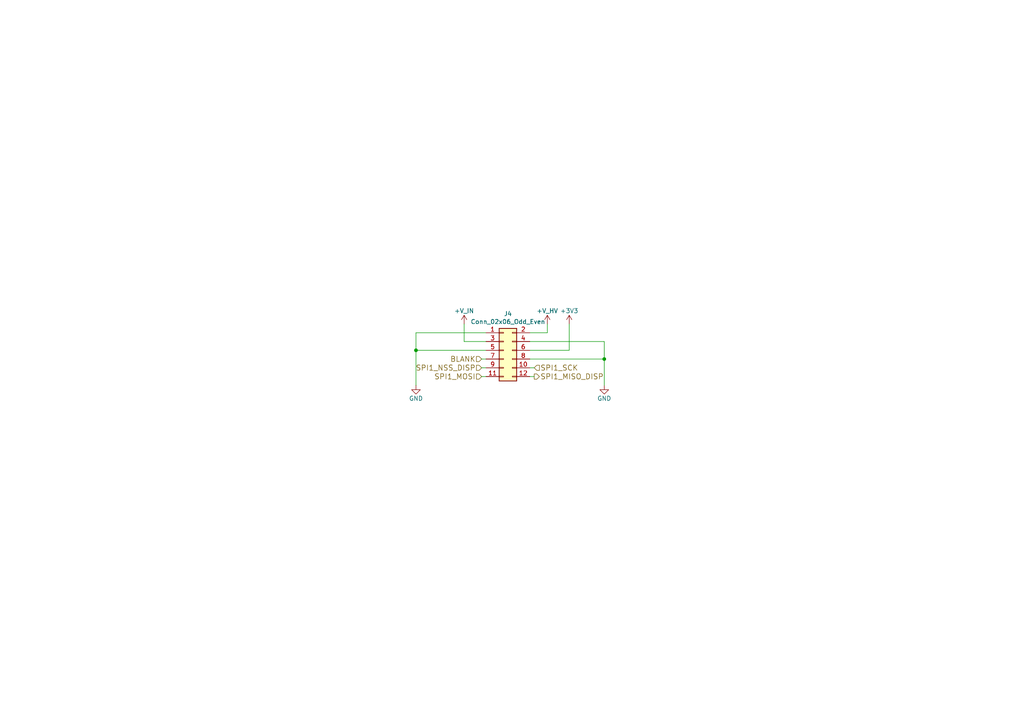
<source format=kicad_sch>
(kicad_sch (version 20231120) (generator "eeschema") (generator_version "8.0")
  (paper "A4")
  (lib_symbols
    (symbol "Connector_Generic:Conn_02x06_Odd_Even" (pin_names (offset 1.016) hide)
      (property "Reference" "J" (at 1.27 7.62 0))
      (property "Value" "Conn_02x06_Odd_Even" (at 1.27 -10.16 0))
      (symbol "Conn_02x06_Odd_Even_1_1"
        (rectangle (start -1.27 -7.493) (end 0 -7.747) (stroke (width 0.1524)))
        (rectangle (start -1.27 -4.953) (end 0 -5.207) (stroke (width 0.1524)))
        (rectangle (start -1.27 -2.413) (end 0 -2.667) (stroke (width 0.1524)))
        (rectangle (start -1.27 0.127) (end 0 -0.127) (stroke (width 0.1524)))
        (rectangle (start -1.27 2.667) (end 0 2.413) (stroke (width 0.1524)))
        (rectangle (start -1.27 5.207) (end 0 4.953) (stroke (width 0.1524)))
        (rectangle (start -1.27 6.35) (end 3.81 -8.89) (stroke (width 0.254)) (fill (type background)))
        (rectangle (start 3.81 -7.493) (end 2.54 -7.747) (stroke (width 0.1524)))
        (rectangle (start 3.81 -4.953) (end 2.54 -5.207) (stroke (width 0.1524)))
        (rectangle (start 3.81 -2.413) (end 2.54 -2.667) (stroke (width 0.1524)))
        (rectangle (start 3.81 0.127) (end 2.54 -0.127) (stroke (width 0.1524)))
        (rectangle (start 3.81 2.667) (end 2.54 2.413) (stroke (width 0.1524)))
        (rectangle (start 3.81 5.207) (end 2.54 4.953) (stroke (width 0.1524)))
        (pin passive line (at -5.08 5.08 0) (length 3.81) (name "Pin_1") (number "1"))
        (pin passive line (at 7.62 -5.08 180) (length 3.81) (name "Pin_10") (number "10"))
        (pin passive line (at -5.08 -7.62 0) (length 3.81) (name "Pin_11") (number "11"))
        (pin passive line (at 7.62 -7.62 180) (length 3.81) (name "Pin_12") (number "12"))
        (pin passive line (at 7.62 5.08 180) (length 3.81) (name "Pin_2") (number "2"))
        (pin passive line (at -5.08 2.54 0) (length 3.81) (name "Pin_3") (number "3"))
        (pin passive line (at 7.62 2.54 180) (length 3.81) (name "Pin_4") (number "4"))
        (pin passive line (at -5.08 0 0) (length 3.81) (name "Pin_5") (number "5"))
        (pin passive line (at 7.62 0 180) (length 3.81) (name "Pin_6") (number "6"))
        (pin passive line (at -5.08 -2.54 0) (length 3.81) (name "Pin_7") (number "7"))
        (pin passive line (at 7.62 -2.54 180) (length 3.81) (name "Pin_8") (number "8"))
        (pin passive line (at -5.08 -5.08 0) (length 3.81) (name "Pin_9") (number "9"))
      )
    )
    (symbol "TubeClock-rescue:+3.3V-power" (power) (pin_names (offset 0))
      (property "Value" "power_+3.3V" (at 0 3.556 0))
      (symbol "+3.3V-power_0_1"
        (polyline (pts (xy -0.762 1.27) (xy 0 2.54)))
        (polyline (pts (xy 0 0) (xy 0 2.54)))
        (polyline (pts (xy 0 2.54) (xy 0.762 1.27)))
      )
      (symbol "+3.3V-power_1_1"
        (pin power_in line (at 0 0 90) (length 0) hide (name "+3V3") (number "1"))
      )
    )
    (symbol "TubeClock-rescue:+V_HV-TubeClock" (power) (pin_names (offset 0))
      (property "Value" "TubeClock_+V_HV" (at 0 3.556 0))
      (symbol "+V_HV-TubeClock_0_1"
        (polyline (pts (xy -0.762 1.27) (xy 0 2.54)))
        (polyline (pts (xy 0 0) (xy 0 2.54)))
        (polyline (pts (xy 0 2.54) (xy 0.762 1.27)))
      )
      (symbol "+V_HV-TubeClock_1_1"
        (pin power_in line (at 0 0 90) (length 0) hide (name "+V_HV") (number "1"))
      )
    )
    (symbol "TubeClock-rescue:+V_IN-TubeClock" (power) (pin_names (offset 0))
      (property "Value" "TubeClock_+V_IN" (at 0 3.556 0))
      (symbol "+V_IN-TubeClock_0_1"
        (polyline (pts (xy -0.762 1.27) (xy 0 2.54)))
        (polyline (pts (xy 0 0) (xy 0 2.54)))
        (polyline (pts (xy 0 2.54) (xy 0.762 1.27)))
      )
      (symbol "+V_IN-TubeClock_1_1"
        (pin power_in line (at 0 0 90) (length 0) hide (name "+V_IN") (number "1"))
      )
    )
    (symbol "TubeClock-rescue:GND-power" (power) (pin_names (offset 0))
      (property "Value" "power_GND" (at 0 -3.81 0))
      (symbol "GND-power_0_1"
        (polyline (pts (xy 0 0) (xy 0 -1.27) (xy 1.27 -1.27) (xy 0 -2.54) (xy -1.27 -1.27) (xy 0 -1.27)))
      )
      (symbol "GND-power_1_1"
        (pin power_in line (at 0 0 270) (length 0) hide (name "GND") (number "1"))
      )
    )
  )
  (junction (at 175.26 104.14))
  (junction (at 120.65 101.6))
  (wire (pts (xy 175.26 104.14) (xy 175.26 111.76)))
  (wire (pts (xy 120.65 96.52) (xy 120.65 101.6)))
  (wire (pts (xy 140.97 96.52) (xy 120.65 96.52)))
  (wire (pts (xy 140.97 101.6) (xy 120.65 101.6)))
  (wire (pts (xy 139.7 104.14) (xy 140.97 104.14)))
  (wire (pts (xy 153.67 99.06) (xy 175.26 99.06)))
  (wire (pts (xy 153.67 106.68) (xy 154.94 106.68)))
  (wire (pts (xy 175.26 99.06) (xy 175.26 104.14)))
  (wire (pts (xy 153.67 101.6) (xy 165.1 101.6)))
  (wire (pts (xy 139.7 106.68) (xy 140.97 106.68)))
  (wire (pts (xy 140.97 99.06) (xy 134.62 99.06)))
  (wire (pts (xy 153.67 109.22) (xy 154.94 109.22)))
  (wire (pts (xy 134.62 99.06) (xy 134.62 93.98)))
  (wire (pts (xy 120.65 101.6) (xy 120.65 111.76)))
  (wire (pts (xy 165.1 101.6) (xy 165.1 93.98)))
  (wire (pts (xy 139.7 109.22) (xy 140.97 109.22)))
  (wire (pts (xy 153.67 96.52) (xy 158.75 96.52)))
  (wire (pts (xy 153.67 104.14) (xy 175.26 104.14)))
  (wire (pts (xy 158.75 96.52) (xy 158.75 93.98)))
  (hierarchical_label "SPI1_NSS_DISP" (shape input) (at 139.7 106.68 180) (effects (font (size 1.524 1.524))))
  (hierarchical_label "SPI1_SCK" (shape input) (at 154.94 106.68 0) (effects (font (size 1.524 1.524))))
  (hierarchical_label "SPI1_MOSI" (shape input) (at 139.7 109.22 180) (effects (font (size 1.524 1.524))))
  (hierarchical_label "BLANK" (shape input) (at 139.7 104.14 180) (effects (font (size 1.524 1.524))))
  (hierarchical_label "SPI1_MISO_DISP" (shape output) (at 154.94 109.22 0) (effects (font (size 1.524 1.524))))
  (symbol (lib_id "Connector_Generic:Conn_02x06_Odd_Even") (at 146.05 101.6 0) (unit 1)
    (property "Reference" "J4" (at 147.32 91.0082 0))
    (property "Value" "Conn_02x06_Odd_Even" (at 147.32 93.3196 0))
    (property "Footprint" "Connector_PinHeader_2.54mm:PinHeader_2x06_P2.54mm_Vertical" (effects (hide yes)))
  )
  (symbol (lib_id "TubeClock-rescue:+V_HV-TubeClock") (at 158.75 93.98 0) (unit 1)
    (property "Reference" "#PWR048" (effects (hide yes)))
    (property "Value" "+V_HV" (at 158.75 90.17 0))
  )
  (symbol (lib_id "TubeClock-rescue:GND-power") (at 120.65 111.76 0) (unit 1)
    (property "Reference" "#PWR050" (effects (hide yes)))
    (property "Value" "GND" (at 120.65 115.57 0))
  )
  (symbol (lib_id "TubeClock-rescue:GND-power") (at 175.26 111.76 0) (unit 1)
    (property "Reference" "#PWR051" (effects (hide yes)))
    (property "Value" "GND" (at 175.26 115.57 0))
  )
  (symbol (lib_id "TubeClock-rescue:+V_IN-TubeClock") (at 134.62 93.98 0) (unit 1)
    (property "Reference" "#PWR?" (effects (hide yes)))
    (property "Value" "+V_IN" (at 134.62 90.17 0))
    (instances (project "" (path "" (reference "#PWR?") (unit 1)) (path "" (reference "#PWR047") (unit 1))))
  )
  (symbol (lib_id "TubeClock-rescue:+3.3V-power") (at 165.1 93.98 0) (unit 1)
    (property "Reference" "#PWR049" (effects (hide yes)))
    (property "Value" "+3V3" (at 165.1 90.17 0))
  )
)
</source>
